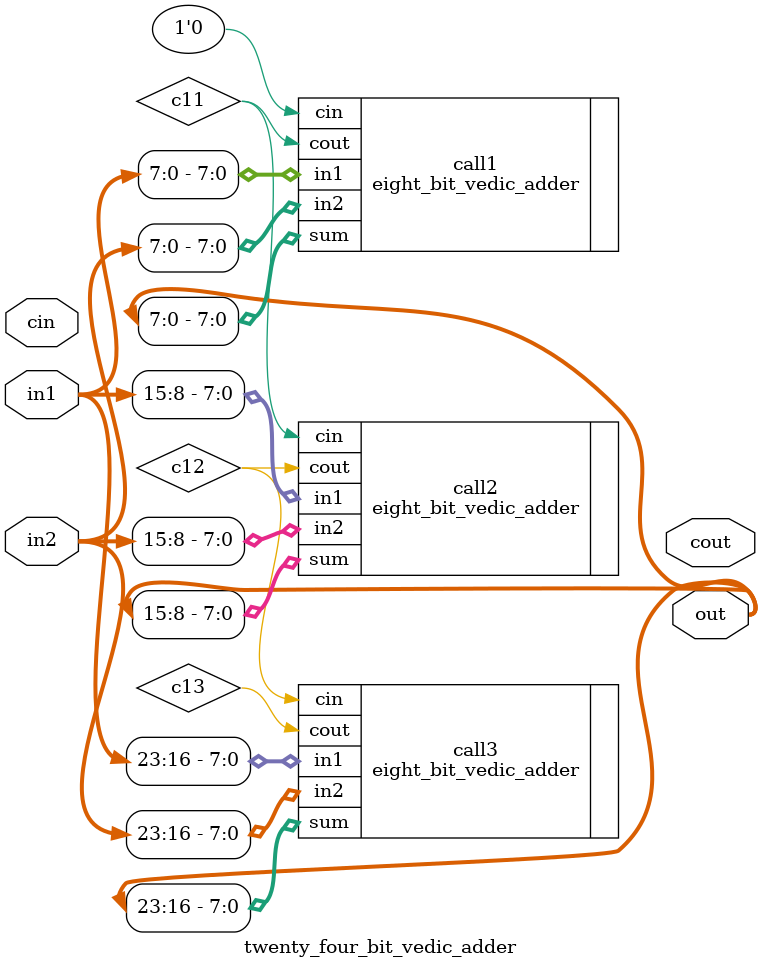
<source format=v>
`timescale 1ns / 1ps
module twenty_four_bit_vedic_adder(in1, in2, cin, out, cout );

input [23:0] in1 ;
input [23:0] in2 ;
input cin ;
output [23:0] out ;
output cout ;

wire c11, c12, c13 ;

eight_bit_vedic_adder call1(

.in1(in1[7:0]),
.in2(in2[7:0]) ,
.cin(1'b0) ,
.sum(out[7:0]),
.cout(c11)

);



eight_bit_vedic_adder call2(

.in1(in1[15:8]),
.in2(in2[15:8]) ,
.cin(c11) ,
.sum(out[15:8]),
.cout(c12)

);
 
eight_bit_vedic_adder call3(

.in1(in1[23:16]),
.in2(in2[23:16]) ,
.cin(c12) ,
.sum(out[23:16]),
.cout(c13)

);


endmodule

</source>
